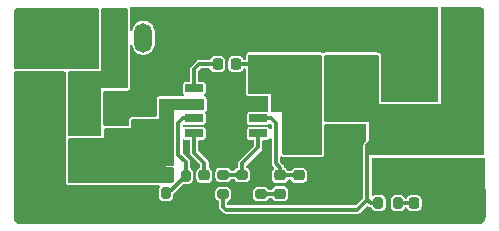
<source format=gtl>
G04 EasyEDA Pro v1.9.28, 2023-01-14 19:19:00*
G04 Gerber Generator version 0.3*%TF.GenerationSoftware,KiCad,Pcbnew,8.0.1*%
%TF.CreationDate,2024-10-05T18:53:12+08:00*%
%TF.ProjectId,TPS54331_EVA_Board,54505335-3433-4333-915f-4556415f426f,rev?*%
%TF.SameCoordinates,Original*%
%TF.FileFunction,Copper,L1,Top*%
%TF.FilePolarity,Positive*%
%FSLAX46Y46*%
G04 Gerber Fmt 4.6, Leading zero omitted, Abs format (unit mm)*
G04 Created by KiCad (PCBNEW 8.0.1) date 2024-10-05 18:53:12*
%MOMM*%
%LPD*%
G01*
G04 APERTURE LIST*
G04 Aperture macros list*
%AMRoundRect*
0 Rectangle with rounded corners*
0 $1 Rounding radius*
0 $2 $3 $4 $5 $6 $7 $8 $9 X,Y pos of 4 corners*
0 Add a 4 corners polygon primitive as box body*
4,1,4,$2,$3,$4,$5,$6,$7,$8,$9,$2,$3,0*
0 Add four circle primitives for the rounded corners*
1,1,$1+$1,$2,$3*
1,1,$1+$1,$4,$5*
1,1,$1+$1,$6,$7*
1,1,$1+$1,$8,$9*
0 Add four rect primitives between the rounded corners*
20,1,$1+$1,$2,$3,$4,$5,0*
20,1,$1+$1,$4,$5,$6,$7,0*
20,1,$1+$1,$6,$7,$8,$9,0*
20,1,$1+$1,$8,$9,$2,$3,0*%
G04 Aperture macros list end*
%TA.AperFunction,SMDPad,CuDef*%
%ADD10RoundRect,0.225000X-0.250000X0.225000X-0.250000X-0.225000X0.250000X-0.225000X0.250000X0.225000X0*%
%TD*%
%TA.AperFunction,SMDPad,CuDef*%
%ADD11R,1.550000X2.200000*%
%TD*%
%TA.AperFunction,SMDPad,CuDef*%
%ADD12R,1.400000X4.200000*%
%TD*%
%TA.AperFunction,SMDPad,CuDef*%
%ADD13RoundRect,0.250000X-0.650000X0.325000X-0.650000X-0.325000X0.650000X-0.325000X0.650000X0.325000X0*%
%TD*%
%TA.AperFunction,SMDPad,CuDef*%
%ADD14RoundRect,0.225000X0.250000X-0.225000X0.250000X0.225000X-0.250000X0.225000X-0.250000X-0.225000X0*%
%TD*%
%TA.AperFunction,SMDPad,CuDef*%
%ADD15R,2.200000X1.550000*%
%TD*%
%TA.AperFunction,SMDPad,CuDef*%
%ADD16RoundRect,0.250000X0.650000X-0.325000X0.650000X0.325000X-0.650000X0.325000X-0.650000X-0.325000X0*%
%TD*%
%TA.AperFunction,SMDPad,CuDef*%
%ADD17RoundRect,0.225000X-0.225000X-0.250000X0.225000X-0.250000X0.225000X0.250000X-0.225000X0.250000X0*%
%TD*%
%TA.AperFunction,SMDPad,CuDef*%
%ADD18RoundRect,0.750000X-0.750000X-1.750000X0.750000X-1.750000X0.750000X1.750000X-0.750000X1.750000X0*%
%TD*%
%TA.AperFunction,ComponentPad*%
%ADD19O,1.500000X2.500000*%
%TD*%
%TA.AperFunction,SMDPad,CuDef*%
%ADD20R,1.525000X0.650000*%
%TD*%
%TA.AperFunction,SMDPad,CuDef*%
%ADD21RoundRect,0.200000X-0.200000X-0.275000X0.200000X-0.275000X0.200000X0.275000X-0.200000X0.275000X0*%
%TD*%
%TA.AperFunction,SMDPad,CuDef*%
%ADD22RoundRect,0.200000X0.275000X-0.200000X0.275000X0.200000X-0.275000X0.200000X-0.275000X-0.200000X0*%
%TD*%
%TA.AperFunction,SMDPad,CuDef*%
%ADD23RoundRect,0.218750X0.218750X0.256250X-0.218750X0.256250X-0.218750X-0.256250X0.218750X-0.256250X0*%
%TD*%
%TA.AperFunction,SMDPad,CuDef*%
%ADD24RoundRect,0.200000X-0.275000X0.200000X-0.275000X-0.200000X0.275000X-0.200000X0.275000X0.200000X0*%
%TD*%
%TA.AperFunction,ViaPad*%
%ADD25C,0.450000*%
%TD*%
%TA.AperFunction,Conductor*%
%ADD26C,0.300000*%
%TD*%
G04 APERTURE END LIST*
D10*
%TO.P,C1,1*%
%TO.N,Net-(IC2-COMP)*%
X114050000Y-84500000D03*
%TO.P,C1,2*%
%TO.N,Net-(C1-Pad2)*%
X114050000Y-86050000D03*
%TD*%
D11*
%TO.P,D1,1,K*%
%TO.N,Net-(D1-K)*%
X97500000Y-83850000D03*
%TO.P,D1,2,A*%
%TO.N,Net-(D1-A)*%
X97500000Y-79750000D03*
%TD*%
D12*
%TO.P,L2,1,1*%
%TO.N,Net-(D3-K)*%
X115750000Y-77050000D03*
%TO.P,L2,2,2*%
%TO.N,+5V*%
X119450000Y-77050000D03*
%TD*%
D13*
%TO.P,C12,1*%
%TO.N,Net-(D1-K)*%
X102600000Y-83000000D03*
%TO.P,C12,2*%
%TO.N,GND*%
X102600000Y-85950000D03*
%TD*%
D10*
%TO.P,C2,1*%
%TO.N,Net-(IC2-COMP)*%
X115650000Y-84500000D03*
%TO.P,C2,2*%
%TO.N,GND*%
X115650000Y-86050000D03*
%TD*%
D14*
%TO.P,C11,1*%
%TO.N,GND*%
X107650000Y-86050000D03*
%TO.P,C11,2*%
%TO.N,Net-(IC2-SS)*%
X107650000Y-84500000D03*
%TD*%
D15*
%TO.P,D3,1,K*%
%TO.N,Net-(D3-K)*%
X115550000Y-81750000D03*
%TO.P,D3,2,A*%
%TO.N,GND*%
X119650000Y-81750000D03*
%TD*%
D13*
%TO.P,C14,1*%
%TO.N,Net-(D1-K)*%
X100300000Y-83000000D03*
%TO.P,C14,2*%
%TO.N,GND*%
X100300000Y-85950000D03*
%TD*%
D16*
%TO.P,C3,1*%
%TO.N,Net-(D1-K)*%
X102600000Y-81355000D03*
%TO.P,C3,2*%
%TO.N,GND*%
X102600000Y-78405000D03*
%TD*%
D17*
%TO.P,C10,1*%
%TO.N,Net-(IC2-BOOT)*%
X108775000Y-75100000D03*
%TO.P,C10,2*%
%TO.N,Net-(D3-K)*%
X110325000Y-75100000D03*
%TD*%
D16*
%TO.P,C13,1*%
%TO.N,Net-(D1-K)*%
X100300000Y-81355000D03*
%TO.P,C13,2*%
%TO.N,GND*%
X100300000Y-78405000D03*
%TD*%
D18*
%TO.P,J1,1,Pin_1*%
%TO.N,VCC*%
X93100000Y-73000000D03*
%TO.P,J1,2,Pin_2*%
%TO.N,GND*%
X93100000Y-85900000D03*
%TD*%
D19*
%TO.P,S1,1,O*%
%TO.N,unconnected-(S1-O-Pad1)*%
X102490000Y-72850000D03*
%TO.P,S1,2,P*%
%TO.N,Net-(D1-A)*%
X99950000Y-72850000D03*
%TO.P,S1,3,S*%
%TO.N,VCC*%
X97410000Y-72850000D03*
%TD*%
D13*
%TO.P,C17,1*%
%TO.N,+5V*%
X125850000Y-81600000D03*
%TO.P,C17,2*%
%TO.N,GND*%
X125850000Y-84550000D03*
%TD*%
D20*
%TO.P,IC2,1,BOOT*%
%TO.N,Net-(IC2-BOOT)*%
X106788000Y-77145000D03*
%TO.P,IC2,2,VIN*%
%TO.N,Net-(D1-K)*%
X106788000Y-78415000D03*
%TO.P,IC2,3,EN*%
%TO.N,Net-(IC2-EN)*%
X106788000Y-79685000D03*
%TO.P,IC2,4,SS*%
%TO.N,Net-(IC2-SS)*%
X106788000Y-80955000D03*
%TO.P,IC2,5,VSENSE*%
%TO.N,Net-(IC2-VSENSE)*%
X112212000Y-80955000D03*
%TO.P,IC2,6,COMP*%
%TO.N,Net-(IC2-COMP)*%
X112212000Y-79685000D03*
%TO.P,IC2,7,GND*%
%TO.N,GND*%
X112212000Y-78415000D03*
%TO.P,IC2,8,PH*%
%TO.N,Net-(D3-K)*%
X112212000Y-77145000D03*
%TD*%
D21*
%TO.P,R6,1*%
%TO.N,+5V*%
X122387500Y-86850000D03*
%TO.P,R6,2*%
%TO.N,Net-(D2-A)*%
X124037500Y-86850000D03*
%TD*%
%TO.P,R3,1*%
%TO.N,Net-(D1-K)*%
X104425000Y-84530000D03*
%TO.P,R3,2*%
%TO.N,Net-(IC2-EN)*%
X106075000Y-84530000D03*
%TD*%
D16*
%TO.P,C16,1*%
%TO.N,+5V*%
X123550000Y-79950000D03*
%TO.P,C16,2*%
%TO.N,GND*%
X123550000Y-77000000D03*
%TD*%
D22*
%TO.P,R5,1*%
%TO.N,Net-(C1-Pad2)*%
X112450000Y-86100000D03*
%TO.P,R5,2*%
%TO.N,GND*%
X112450000Y-84450000D03*
%TD*%
D16*
%TO.P,C18,1*%
%TO.N,+5V*%
X125850000Y-79950000D03*
%TO.P,C18,2*%
%TO.N,GND*%
X125850000Y-77000000D03*
%TD*%
D21*
%TO.P,R4,1*%
%TO.N,Net-(IC2-EN)*%
X104425000Y-86030000D03*
%TO.P,R4,2*%
%TO.N,GND*%
X106075000Y-86030000D03*
%TD*%
D18*
%TO.P,J2,1,Pin_1*%
%TO.N,+5V*%
X129600000Y-73000000D03*
%TO.P,J2,2,Pin_2*%
%TO.N,GND*%
X129600000Y-85900000D03*
%TD*%
D13*
%TO.P,C15,1*%
%TO.N,+5V*%
X123550000Y-81600000D03*
%TO.P,C15,2*%
%TO.N,GND*%
X123550000Y-84550000D03*
%TD*%
D22*
%TO.P,R1,1*%
%TO.N,+5V*%
X109250000Y-86100000D03*
%TO.P,R1,2*%
%TO.N,Net-(IC2-VSENSE)*%
X109250000Y-84450000D03*
%TD*%
D23*
%TO.P,D2,1,K*%
%TO.N,GND*%
X126975000Y-86850000D03*
%TO.P,D2,2,A*%
%TO.N,Net-(D2-A)*%
X125400000Y-86850000D03*
%TD*%
D24*
%TO.P,R2,1*%
%TO.N,Net-(IC2-VSENSE)*%
X110850000Y-84450000D03*
%TO.P,R2,2*%
%TO.N,GND*%
X110850000Y-86100000D03*
%TD*%
D25*
%TO.N,GND*%
X130650000Y-86650000D03*
X92100000Y-84650000D03*
X130150000Y-86650000D03*
X93100000Y-84150000D03*
X130650000Y-84650000D03*
X130650000Y-84150000D03*
X110250000Y-78550000D03*
X124750000Y-74750000D03*
X128650000Y-87650000D03*
X109750000Y-80050000D03*
X109750000Y-79550000D03*
X93600000Y-86650000D03*
X119850000Y-84550000D03*
X119850000Y-85900000D03*
X92600000Y-86150000D03*
X130650000Y-85150000D03*
X124250000Y-74750000D03*
X128650000Y-84650000D03*
X130150000Y-86150000D03*
X129650000Y-87650000D03*
X110250000Y-79050000D03*
X130150000Y-87150000D03*
X109750000Y-79050000D03*
X92100000Y-87150000D03*
X93100000Y-85650000D03*
X119150000Y-85900000D03*
X92600000Y-84150000D03*
X129650000Y-87150000D03*
X130150000Y-87650000D03*
X92600000Y-87650000D03*
X94100000Y-87650000D03*
X108750000Y-78050000D03*
X119850000Y-85250000D03*
X92600000Y-85650000D03*
X129150000Y-85650000D03*
X129650000Y-84650000D03*
X128650000Y-87150000D03*
X93100000Y-87650000D03*
X130150000Y-85650000D03*
X129150000Y-84650000D03*
X92600000Y-85150000D03*
X128650000Y-86650000D03*
X129150000Y-85150000D03*
X94100000Y-85150000D03*
X109750000Y-78050000D03*
X93600000Y-85150000D03*
X125750000Y-75250000D03*
X125250000Y-74250000D03*
X93100000Y-86650000D03*
X130650000Y-86150000D03*
X125250000Y-74750000D03*
X108750000Y-80050000D03*
X130650000Y-87150000D03*
X93600000Y-86150000D03*
X119150000Y-85250000D03*
X129650000Y-84150000D03*
X125250000Y-75250000D03*
X108750000Y-79550000D03*
X109250000Y-78550000D03*
X109250000Y-80050000D03*
X93600000Y-87150000D03*
X118450000Y-85900000D03*
X110250000Y-80050000D03*
X124750000Y-75250000D03*
X119150000Y-84550000D03*
X124750000Y-73750000D03*
X92600000Y-86650000D03*
X92100000Y-85650000D03*
X130150000Y-84150000D03*
X124250000Y-74250000D03*
X93100000Y-87150000D03*
X125750000Y-74250000D03*
X129150000Y-86650000D03*
X93600000Y-87650000D03*
X125250000Y-73750000D03*
X108750000Y-78550000D03*
X123750000Y-73750000D03*
X125750000Y-73750000D03*
X109750000Y-78550000D03*
X92600000Y-87150000D03*
X92100000Y-86650000D03*
X94100000Y-84650000D03*
X124250000Y-75250000D03*
X93600000Y-84150000D03*
X93600000Y-84650000D03*
X130650000Y-87650000D03*
X123750000Y-74750000D03*
X118450000Y-84550000D03*
X94100000Y-86650000D03*
X94100000Y-84150000D03*
X129650000Y-86650000D03*
X124250000Y-73750000D03*
X109250000Y-78050000D03*
X92100000Y-86150000D03*
X130150000Y-85150000D03*
X92600000Y-84650000D03*
X93100000Y-85150000D03*
X94100000Y-86150000D03*
X123750000Y-74250000D03*
X93600000Y-85650000D03*
X118450000Y-85250000D03*
X94100000Y-85650000D03*
X92100000Y-85150000D03*
X128650000Y-86150000D03*
X130150000Y-84650000D03*
X129650000Y-86150000D03*
X92100000Y-87650000D03*
X109250000Y-79050000D03*
X110250000Y-79550000D03*
X93100000Y-86150000D03*
X125750000Y-74750000D03*
X129650000Y-85650000D03*
X124750000Y-74250000D03*
X130650000Y-85650000D03*
X93100000Y-84650000D03*
X129150000Y-84150000D03*
X110250000Y-78050000D03*
X128650000Y-84150000D03*
X94100000Y-87150000D03*
X129150000Y-87150000D03*
X129150000Y-87650000D03*
X128650000Y-85150000D03*
X108750000Y-79050000D03*
X129150000Y-86150000D03*
X128650000Y-85650000D03*
X123750000Y-75250000D03*
X109250000Y-79550000D03*
X92100000Y-84150000D03*
X129650000Y-85150000D03*
%TO.N,+5V*%
X128600000Y-72800000D03*
X128600000Y-73300000D03*
X128600000Y-73800000D03*
X130100000Y-74800000D03*
X129100000Y-73800000D03*
X130100000Y-71800000D03*
X130600000Y-74800000D03*
X130100000Y-71300000D03*
X129100000Y-71800000D03*
X129600000Y-73300000D03*
X129600000Y-71300000D03*
X130100000Y-73800000D03*
X130600000Y-72800000D03*
X130100000Y-74300000D03*
X129600000Y-74800000D03*
X129600000Y-72800000D03*
X129100000Y-74800000D03*
X130100000Y-72800000D03*
X128600000Y-74800000D03*
X129100000Y-72300000D03*
X130600000Y-71300000D03*
X129100000Y-71300000D03*
X129100000Y-73300000D03*
X129100000Y-72800000D03*
X130600000Y-72300000D03*
X128600000Y-71300000D03*
X130100000Y-72300000D03*
X130600000Y-74300000D03*
X128600000Y-74300000D03*
X128600000Y-72300000D03*
X129600000Y-73800000D03*
X130600000Y-73300000D03*
X130600000Y-71800000D03*
X129600000Y-74300000D03*
X129600000Y-72300000D03*
X129100000Y-74300000D03*
X130100000Y-73300000D03*
X130600000Y-73800000D03*
X128600000Y-71800000D03*
X129600000Y-71800000D03*
%TO.N,VCC*%
X93600000Y-71800000D03*
X94100000Y-74300000D03*
X94100000Y-72800000D03*
X92600000Y-71300000D03*
X94100000Y-71800000D03*
X94100000Y-73300000D03*
X92100000Y-72800000D03*
X93100000Y-73800000D03*
X93100000Y-71300000D03*
X92100000Y-71300000D03*
X92600000Y-71800000D03*
X93600000Y-73300000D03*
X92100000Y-74300000D03*
X92600000Y-74300000D03*
X92100000Y-74800000D03*
X94100000Y-74800000D03*
X93100000Y-74300000D03*
X92600000Y-74800000D03*
X93600000Y-72800000D03*
X94100000Y-72300000D03*
X92600000Y-73300000D03*
X92100000Y-71800000D03*
X93600000Y-73800000D03*
X93100000Y-73300000D03*
X93100000Y-72300000D03*
X93100000Y-71800000D03*
X92600000Y-72800000D03*
X94100000Y-73800000D03*
X92600000Y-72300000D03*
X93600000Y-72300000D03*
X93100000Y-74800000D03*
X92100000Y-72300000D03*
X92100000Y-73800000D03*
X92600000Y-73800000D03*
X93600000Y-74300000D03*
X93100000Y-72800000D03*
X93600000Y-74800000D03*
X92100000Y-73300000D03*
X94100000Y-71300000D03*
X93600000Y-71300000D03*
%TD*%
D26*
%TO.N,Net-(IC2-EN)*%
X105450000Y-80100000D02*
X105450000Y-82750000D01*
X105450000Y-82750000D02*
X106075000Y-83375000D01*
X105865000Y-79685000D02*
X105450000Y-80100000D01*
X106075000Y-83375000D02*
X106075000Y-84530000D01*
X106788000Y-79685000D02*
X105865000Y-79685000D01*
%TO.N,Net-(IC2-COMP)*%
X113285000Y-79685000D02*
X113700000Y-80100000D01*
X112212000Y-79685000D02*
X113285000Y-79685000D01*
X114050000Y-83850000D02*
X114050000Y-84500000D01*
X113700000Y-83500000D02*
X114050000Y-83850000D01*
X114050000Y-84500000D02*
X115650000Y-84500000D01*
X113700000Y-80100000D02*
X113700000Y-83500000D01*
%TO.N,Net-(C1-Pad2)*%
X114000000Y-86100000D02*
X114050000Y-86050000D01*
X112450000Y-86100000D02*
X114000000Y-86100000D01*
%TO.N,Net-(D3-K)*%
X110325000Y-75100000D02*
X111850000Y-75100000D01*
X111850000Y-75100000D02*
X112212000Y-75462000D01*
X112212000Y-75462000D02*
X112212000Y-77145000D01*
%TO.N,Net-(IC2-BOOT)*%
X108775000Y-75100000D02*
X107200000Y-75100000D01*
X106788000Y-75512000D02*
X106788000Y-77145000D01*
X107200000Y-75100000D02*
X106788000Y-75512000D01*
%TO.N,Net-(IC2-SS)*%
X106788000Y-82588000D02*
X107650000Y-83450000D01*
X107650000Y-83450000D02*
X107650000Y-84500000D01*
X106788000Y-80955000D02*
X106788000Y-82588000D01*
%TO.N,+5V*%
X109250000Y-87150000D02*
X109500000Y-87400000D01*
X120600000Y-87400000D02*
X121450000Y-86550000D01*
X121450000Y-86550000D02*
X121450000Y-81950000D01*
X109250000Y-86100000D02*
X109250000Y-87150000D01*
X109500000Y-87400000D02*
X120600000Y-87400000D01*
X122387500Y-86850000D02*
X121750000Y-86850000D01*
X121800000Y-81600000D02*
X123550000Y-81600000D01*
X121750000Y-86850000D02*
X121450000Y-86550000D01*
X121450000Y-81950000D02*
X121800000Y-81600000D01*
%TO.N,Net-(IC2-EN)*%
X104575000Y-86030000D02*
X106075000Y-84530000D01*
X104425000Y-86030000D02*
X104575000Y-86030000D01*
%TO.N,Net-(IC2-VSENSE)*%
X112212000Y-80955000D02*
X112212000Y-82138000D01*
X112212000Y-82138000D02*
X110850000Y-83500000D01*
X110850000Y-83500000D02*
X110850000Y-84450000D01*
X109250000Y-84450000D02*
X110850000Y-84450000D01*
%TO.N,Net-(D2-A)*%
X124037500Y-86850000D02*
X125400000Y-86850000D01*
%TD*%
%TA.AperFunction,Conductor*%
%TO.N,+5V*%
G36*
X130877004Y-70257608D02*
G01*
X130937334Y-70257607D01*
X130948417Y-70258228D01*
X131042960Y-70268881D01*
X131064573Y-70273814D01*
X131149092Y-70303388D01*
X131169066Y-70313007D01*
X131244881Y-70360644D01*
X131262214Y-70374466D01*
X131321004Y-70433256D01*
X131348781Y-70487773D01*
X131350000Y-70503260D01*
X131350000Y-82701000D01*
X131331093Y-82759191D01*
X131281593Y-82795155D01*
X131251000Y-82800000D01*
X122400000Y-82800000D01*
X122400000Y-78500000D01*
X127650000Y-78500000D01*
X127650000Y-70356607D01*
X127668907Y-70298416D01*
X127718407Y-70262452D01*
X127749000Y-70257607D01*
X130877000Y-70257607D01*
X130877004Y-70257608D01*
G37*
%TD.AperFunction*%
%TD*%
%TA.AperFunction,Conductor*%
%TO.N,Net-(D1-K)*%
G36*
X107609191Y-78018907D02*
G01*
X107645155Y-78068407D01*
X107650000Y-78099000D01*
X107650000Y-78899039D01*
X107631093Y-78957230D01*
X107581593Y-78993194D01*
X107549059Y-78998020D01*
X105100000Y-78950000D01*
X105100000Y-80043569D01*
X105099500Y-80051200D01*
X105099500Y-82798800D01*
X105100000Y-82806430D01*
X105100000Y-83652346D01*
X105081093Y-83710537D01*
X105031593Y-83746501D01*
X105002356Y-83751337D01*
X103750000Y-83768493D01*
X101450000Y-83800000D01*
X101450000Y-79849000D01*
X101468907Y-79790809D01*
X101518407Y-79754845D01*
X101549000Y-79750000D01*
X103799999Y-79750000D01*
X103800000Y-79750000D01*
X103800000Y-78099000D01*
X103818907Y-78040809D01*
X103868407Y-78004845D01*
X103899000Y-78000000D01*
X107551000Y-78000000D01*
X107609191Y-78018907D01*
G37*
%TD.AperFunction*%
%TD*%
%TA.AperFunction,Conductor*%
%TO.N,Net-(D1-K)*%
G36*
X101450000Y-83800000D02*
G01*
X103750000Y-83768493D01*
X103750000Y-83800000D01*
X104951000Y-83800000D01*
X105009191Y-83818907D01*
X105045155Y-83868407D01*
X105050000Y-83899000D01*
X105050000Y-85018310D01*
X105031093Y-85076501D01*
X105021004Y-85088314D01*
X104988314Y-85121004D01*
X104933797Y-85148781D01*
X104918310Y-85150000D01*
X96199000Y-85150000D01*
X96140809Y-85131093D01*
X96104845Y-85081593D01*
X96100000Y-85051000D01*
X96100000Y-81454500D01*
X96118907Y-81396309D01*
X96168407Y-81360345D01*
X96199000Y-81355500D01*
X98800993Y-81355500D01*
X98801000Y-81355500D01*
X98833144Y-81352970D01*
X98844200Y-81351218D01*
X98859686Y-81350000D01*
X99149999Y-81350000D01*
X99150000Y-81350000D01*
X99150000Y-80599000D01*
X99168907Y-80540809D01*
X99218407Y-80504845D01*
X99249000Y-80500000D01*
X101449999Y-80500000D01*
X101450000Y-80500000D01*
X101450000Y-83800000D01*
G37*
%TD.AperFunction*%
%TD*%
%TA.AperFunction,Conductor*%
%TO.N,VCC*%
G36*
X98659191Y-70368907D02*
G01*
X98695155Y-70418407D01*
X98700000Y-70449000D01*
X98700000Y-75401000D01*
X98681093Y-75459191D01*
X98631593Y-75495155D01*
X98601000Y-75500000D01*
X91604704Y-75500000D01*
X91546513Y-75481093D01*
X91510549Y-75431593D01*
X91505704Y-75400959D01*
X91507577Y-70829704D01*
X91507607Y-70829239D01*
X91507607Y-70822999D01*
X91507608Y-70822996D01*
X91507607Y-70762664D01*
X91508229Y-70751581D01*
X91518881Y-70657039D01*
X91523814Y-70635426D01*
X91553388Y-70550907D01*
X91563007Y-70530933D01*
X91610647Y-70455113D01*
X91624467Y-70437785D01*
X91683257Y-70378996D01*
X91737774Y-70351219D01*
X91753260Y-70350000D01*
X98601000Y-70350000D01*
X98659191Y-70368907D01*
G37*
%TD.AperFunction*%
%TD*%
%TA.AperFunction,Conductor*%
%TO.N,+5V*%
G36*
X122359191Y-74318907D02*
G01*
X122395155Y-74368407D01*
X122400000Y-74399000D01*
X122400000Y-78500000D01*
X122400000Y-82800000D01*
X121649000Y-82800000D01*
X121590809Y-82781093D01*
X121554845Y-82731593D01*
X121550000Y-82701000D01*
X121550000Y-79950001D01*
X121550000Y-79950000D01*
X121549999Y-79950000D01*
X117899000Y-79950000D01*
X117840809Y-79931093D01*
X117804845Y-79881593D01*
X117800000Y-79851000D01*
X117800000Y-74399000D01*
X117818907Y-74340809D01*
X117868407Y-74304845D01*
X117899000Y-74300000D01*
X122301000Y-74300000D01*
X122359191Y-74318907D01*
G37*
%TD.AperFunction*%
%TD*%
%TA.AperFunction,Conductor*%
%TO.N,Net-(D3-K)*%
G36*
X117553691Y-74318907D02*
G01*
X117589655Y-74368407D01*
X117594500Y-74399000D01*
X117594500Y-79851000D01*
X117596467Y-79876000D01*
X117597030Y-79883146D01*
X117598781Y-79894198D01*
X117600000Y-79909685D01*
X117600000Y-82651000D01*
X117581093Y-82709191D01*
X117531593Y-82745155D01*
X117501000Y-82750000D01*
X114349000Y-82750000D01*
X114290809Y-82731093D01*
X114254845Y-82681593D01*
X114250000Y-82651000D01*
X114250000Y-79100001D01*
X114250000Y-77600000D01*
X113250000Y-77600000D01*
X113249999Y-77600000D01*
X111449000Y-77600000D01*
X111390809Y-77581093D01*
X111354845Y-77531593D01*
X111350000Y-77501000D01*
X111350000Y-74399000D01*
X111368907Y-74340809D01*
X111418407Y-74304845D01*
X111449000Y-74300000D01*
X117495500Y-74300000D01*
X117553691Y-74318907D01*
G37*
%TD.AperFunction*%
%TD*%
%TA.AperFunction,Conductor*%
%TO.N,Net-(D3-K)*%
G36*
X114250000Y-79100000D02*
G01*
X113349000Y-79100000D01*
X113290809Y-79081093D01*
X113254845Y-79031593D01*
X113250000Y-79001000D01*
X113250000Y-77600001D01*
X113250000Y-77600000D01*
X114250000Y-77600000D01*
X114250000Y-79100000D01*
G37*
%TD.AperFunction*%
%TD*%
%TA.AperFunction,Conductor*%
%TO.N,Net-(D1-A)*%
G36*
X96900000Y-77150000D02*
G01*
X98900000Y-77150000D01*
X98900000Y-77150001D01*
X98900000Y-81051000D01*
X98881093Y-81109191D01*
X98831593Y-81145155D01*
X98801000Y-81150000D01*
X96650000Y-81150000D01*
X96199000Y-81150000D01*
X96140809Y-81131093D01*
X96104845Y-81081593D01*
X96100000Y-81051000D01*
X96100000Y-75804500D01*
X96118907Y-75746309D01*
X96168407Y-75710345D01*
X96199000Y-75705500D01*
X96900000Y-75705500D01*
X96900000Y-77150000D01*
G37*
%TD.AperFunction*%
%TD*%
%TA.AperFunction,Conductor*%
%TO.N,Net-(D1-A)*%
G36*
X101109191Y-70368907D02*
G01*
X101145155Y-70418407D01*
X101150000Y-70449000D01*
X101150000Y-77051000D01*
X101131093Y-77109191D01*
X101081593Y-77145155D01*
X101051000Y-77150000D01*
X96900000Y-77150000D01*
X96900000Y-75705500D01*
X98600993Y-75705500D01*
X98601000Y-75705500D01*
X98633144Y-75702970D01*
X98644200Y-75701218D01*
X98659686Y-75700000D01*
X98899999Y-75700000D01*
X98900000Y-75700000D01*
X98900000Y-75443517D01*
X98901219Y-75428029D01*
X98905500Y-75401000D01*
X98905500Y-70449000D01*
X98924407Y-70390809D01*
X98973907Y-70354845D01*
X99004500Y-70350000D01*
X101051000Y-70350000D01*
X101109191Y-70368907D01*
G37*
%TD.AperFunction*%
%TD*%
%TA.AperFunction,Conductor*%
%TO.N,GND*%
G36*
X127403691Y-70276514D02*
G01*
X127439655Y-70326014D01*
X127444500Y-70356607D01*
X127444500Y-78195500D01*
X127425593Y-78253691D01*
X127376093Y-78289655D01*
X127345500Y-78294500D01*
X122704500Y-78294500D01*
X122646309Y-78275593D01*
X122610345Y-78226093D01*
X122605500Y-78195500D01*
X122605500Y-74399006D01*
X122605500Y-74399000D01*
X122602970Y-74366856D01*
X122598125Y-74336263D01*
X122598116Y-74336206D01*
X122597353Y-74331714D01*
X122597352Y-74331713D01*
X122561408Y-74247617D01*
X122525444Y-74198117D01*
X122501203Y-74170372D01*
X122422693Y-74123464D01*
X122422691Y-74123463D01*
X122422689Y-74123462D01*
X122364499Y-74104556D01*
X122364500Y-74104556D01*
X122301003Y-74094500D01*
X122301000Y-74094500D01*
X117899000Y-74094500D01*
X117866856Y-74097030D01*
X117836206Y-74101883D01*
X117831718Y-74102646D01*
X117831713Y-74102647D01*
X117747613Y-74138593D01*
X117743844Y-74140732D01*
X117683901Y-74153001D01*
X117644217Y-74139610D01*
X117617196Y-74123466D01*
X117617193Y-74123464D01*
X117617191Y-74123463D01*
X117617189Y-74123462D01*
X117558999Y-74104556D01*
X117559000Y-74104556D01*
X117495503Y-74094500D01*
X117495500Y-74094500D01*
X111449000Y-74094500D01*
X111416856Y-74097030D01*
X111386206Y-74101883D01*
X111381718Y-74102646D01*
X111381713Y-74102647D01*
X111297617Y-74138591D01*
X111248118Y-74174555D01*
X111220372Y-74198797D01*
X111173464Y-74277307D01*
X111173462Y-74277310D01*
X111154556Y-74335499D01*
X111144500Y-74398996D01*
X111144500Y-74650500D01*
X111125593Y-74708691D01*
X111076093Y-74744655D01*
X111045500Y-74749500D01*
X111037010Y-74749500D01*
X110978819Y-74730593D01*
X110948801Y-74695445D01*
X110898529Y-74596782D01*
X110898528Y-74596780D01*
X110803220Y-74501472D01*
X110803217Y-74501470D01*
X110683132Y-74440283D01*
X110683127Y-74440281D01*
X110683126Y-74440281D01*
X110649913Y-74435020D01*
X110583490Y-74424500D01*
X110583488Y-74424500D01*
X110066512Y-74424500D01*
X110066510Y-74424500D01*
X109966874Y-74440281D01*
X109966867Y-74440283D01*
X109846782Y-74501470D01*
X109751470Y-74596782D01*
X109690283Y-74716867D01*
X109690281Y-74716874D01*
X109674500Y-74816510D01*
X109674500Y-75383489D01*
X109690281Y-75483125D01*
X109690283Y-75483132D01*
X109724100Y-75549500D01*
X109751472Y-75603220D01*
X109846780Y-75698528D01*
X109846782Y-75698529D01*
X109966867Y-75759716D01*
X109966869Y-75759716D01*
X109966874Y-75759719D01*
X110042541Y-75771703D01*
X110066510Y-75775500D01*
X110066512Y-75775500D01*
X110583490Y-75775500D01*
X110604885Y-75772111D01*
X110683126Y-75759719D01*
X110803220Y-75698528D01*
X110898528Y-75603220D01*
X110941488Y-75518907D01*
X110948801Y-75504555D01*
X110992065Y-75461290D01*
X111037010Y-75450500D01*
X111045500Y-75450500D01*
X111103691Y-75469407D01*
X111139655Y-75518907D01*
X111144500Y-75549500D01*
X111144500Y-77501000D01*
X111147030Y-77533143D01*
X111151883Y-77563793D01*
X111152646Y-77568281D01*
X111152647Y-77568286D01*
X111188591Y-77652382D01*
X111188592Y-77652383D01*
X111224556Y-77701883D01*
X111248797Y-77729628D01*
X111327307Y-77776536D01*
X111385498Y-77795443D01*
X111395519Y-77797030D01*
X111448996Y-77805500D01*
X111449000Y-77805500D01*
X112945500Y-77805500D01*
X113003691Y-77824407D01*
X113039655Y-77873907D01*
X113044500Y-77904500D01*
X113044500Y-79001000D01*
X113046053Y-79020728D01*
X113047030Y-79033148D01*
X113048910Y-79045014D01*
X113039338Y-79105446D01*
X112996073Y-79148710D01*
X112951129Y-79159500D01*
X111429752Y-79159500D01*
X111429751Y-79159500D01*
X111429741Y-79159501D01*
X111371272Y-79171132D01*
X111371266Y-79171134D01*
X111304951Y-79215445D01*
X111304945Y-79215451D01*
X111260634Y-79281766D01*
X111260632Y-79281772D01*
X111249001Y-79340241D01*
X111249000Y-79340253D01*
X111249000Y-80029746D01*
X111249001Y-80029758D01*
X111260632Y-80088227D01*
X111260634Y-80088233D01*
X111298861Y-80145443D01*
X111304948Y-80154552D01*
X111371269Y-80198867D01*
X111415731Y-80207711D01*
X111429741Y-80210498D01*
X111429746Y-80210498D01*
X111429752Y-80210500D01*
X111429753Y-80210500D01*
X112994247Y-80210500D01*
X112994248Y-80210500D01*
X113052731Y-80198867D01*
X113119052Y-80154552D01*
X113119052Y-80154551D01*
X113127159Y-80149135D01*
X113127823Y-80150130D01*
X113173466Y-80126870D01*
X113233899Y-80136437D01*
X113258964Y-80154646D01*
X113320504Y-80216186D01*
X113348281Y-80270703D01*
X113349500Y-80286190D01*
X113349500Y-80503977D01*
X113330593Y-80562168D01*
X113281093Y-80598132D01*
X113219907Y-80598132D01*
X113170407Y-80562168D01*
X113168185Y-80558979D01*
X113119054Y-80485451D01*
X113119052Y-80485448D01*
X113052990Y-80441306D01*
X113052733Y-80441134D01*
X113052731Y-80441133D01*
X113052728Y-80441132D01*
X113052727Y-80441132D01*
X112994258Y-80429501D01*
X112994248Y-80429500D01*
X111429752Y-80429500D01*
X111429751Y-80429500D01*
X111429741Y-80429501D01*
X111371272Y-80441132D01*
X111371266Y-80441134D01*
X111304951Y-80485445D01*
X111304945Y-80485451D01*
X111260634Y-80551766D01*
X111260632Y-80551772D01*
X111249001Y-80610241D01*
X111249000Y-80610253D01*
X111249000Y-81299746D01*
X111249001Y-81299758D01*
X111260632Y-81358227D01*
X111260634Y-81358233D01*
X111282528Y-81390999D01*
X111304948Y-81424552D01*
X111371269Y-81468867D01*
X111415731Y-81477711D01*
X111429741Y-81480498D01*
X111429746Y-81480498D01*
X111429752Y-81480500D01*
X111762500Y-81480500D01*
X111820691Y-81499407D01*
X111856655Y-81548907D01*
X111861500Y-81579500D01*
X111861500Y-81951810D01*
X111842593Y-82010001D01*
X111832504Y-82021814D01*
X110569530Y-83284788D01*
X110523386Y-83364712D01*
X110512898Y-83403856D01*
X110499500Y-83453857D01*
X110499500Y-83778310D01*
X110480593Y-83836501D01*
X110445446Y-83866519D01*
X110336659Y-83921949D01*
X110246949Y-84011659D01*
X110229734Y-84045446D01*
X110186469Y-84088710D01*
X110141525Y-84099500D01*
X109958475Y-84099500D01*
X109900284Y-84080593D01*
X109870266Y-84045446D01*
X109855598Y-84016659D01*
X109853050Y-84011658D01*
X109763342Y-83921950D01*
X109650304Y-83864354D01*
X109650305Y-83864354D01*
X109556522Y-83849500D01*
X108943479Y-83849500D01*
X108943476Y-83849501D01*
X108849700Y-83864352D01*
X108849695Y-83864354D01*
X108736659Y-83921949D01*
X108646949Y-84011659D01*
X108589354Y-84124695D01*
X108574500Y-84218477D01*
X108574500Y-84681520D01*
X108574501Y-84681523D01*
X108589352Y-84775299D01*
X108589354Y-84775304D01*
X108646950Y-84888342D01*
X108736658Y-84978050D01*
X108849696Y-85035646D01*
X108943481Y-85050500D01*
X109556518Y-85050499D01*
X109556520Y-85050499D01*
X109556521Y-85050498D01*
X109603411Y-85043072D01*
X109650299Y-85035647D01*
X109650299Y-85035646D01*
X109650304Y-85035646D01*
X109763342Y-84978050D01*
X109853050Y-84888342D01*
X109870266Y-84854554D01*
X109913531Y-84811290D01*
X109958475Y-84800500D01*
X110141525Y-84800500D01*
X110199716Y-84819407D01*
X110229734Y-84854554D01*
X110246950Y-84888342D01*
X110336658Y-84978050D01*
X110449696Y-85035646D01*
X110543481Y-85050500D01*
X111156518Y-85050499D01*
X111156520Y-85050499D01*
X111156521Y-85050498D01*
X111203411Y-85043072D01*
X111250299Y-85035647D01*
X111250299Y-85035646D01*
X111250304Y-85035646D01*
X111363342Y-84978050D01*
X111453050Y-84888342D01*
X111510646Y-84775304D01*
X111525500Y-84681519D01*
X111525499Y-84218482D01*
X111513367Y-84141874D01*
X111510647Y-84124700D01*
X111510646Y-84124698D01*
X111510646Y-84124696D01*
X111453050Y-84011658D01*
X111363342Y-83921950D01*
X111318312Y-83899006D01*
X111254554Y-83866519D01*
X111211290Y-83823254D01*
X111200500Y-83778310D01*
X111200500Y-83686189D01*
X111219407Y-83627998D01*
X111229490Y-83616191D01*
X112492470Y-82353212D01*
X112538614Y-82273288D01*
X112538616Y-82273282D01*
X112541803Y-82261388D01*
X112541803Y-82261386D01*
X112562500Y-82184144D01*
X112562500Y-81579500D01*
X112581407Y-81521309D01*
X112630907Y-81485345D01*
X112661500Y-81480500D01*
X112994247Y-81480500D01*
X112994248Y-81480500D01*
X113052731Y-81468867D01*
X113119052Y-81424552D01*
X113163367Y-81358231D01*
X113163367Y-81358230D01*
X113168185Y-81351020D01*
X113216235Y-81313141D01*
X113277373Y-81310739D01*
X113328247Y-81344732D01*
X113349424Y-81402136D01*
X113349500Y-81406022D01*
X113349500Y-83546143D01*
X113362456Y-83594499D01*
X113373384Y-83635284D01*
X113373385Y-83635286D01*
X113373386Y-83635288D01*
X113419530Y-83715212D01*
X113419532Y-83715214D01*
X113518781Y-83814464D01*
X113546558Y-83868980D01*
X113536986Y-83929412D01*
X113518781Y-83954470D01*
X113451473Y-84021778D01*
X113451470Y-84021782D01*
X113390283Y-84141867D01*
X113390281Y-84141874D01*
X113374500Y-84241510D01*
X113374500Y-84758489D01*
X113390281Y-84858125D01*
X113390283Y-84858132D01*
X113451385Y-84978050D01*
X113451472Y-84978220D01*
X113546780Y-85073528D01*
X113546782Y-85073529D01*
X113666867Y-85134716D01*
X113666869Y-85134716D01*
X113666874Y-85134719D01*
X113742541Y-85146703D01*
X113766510Y-85150500D01*
X113766512Y-85150500D01*
X114333490Y-85150500D01*
X114354885Y-85147111D01*
X114433126Y-85134719D01*
X114553220Y-85073528D01*
X114648528Y-84978220D01*
X114686063Y-84904554D01*
X114729328Y-84861290D01*
X114774272Y-84850500D01*
X114925728Y-84850500D01*
X114983919Y-84869407D01*
X115013937Y-84904554D01*
X115048972Y-84973314D01*
X115051472Y-84978220D01*
X115146780Y-85073528D01*
X115146782Y-85073529D01*
X115266867Y-85134716D01*
X115266869Y-85134716D01*
X115266874Y-85134719D01*
X115342541Y-85146703D01*
X115366510Y-85150500D01*
X115366512Y-85150500D01*
X115933490Y-85150500D01*
X115954885Y-85147111D01*
X116033126Y-85134719D01*
X116153220Y-85073528D01*
X116248528Y-84978220D01*
X116309719Y-84858126D01*
X116325500Y-84758488D01*
X116325500Y-84241512D01*
X116309719Y-84141874D01*
X116309716Y-84141869D01*
X116309716Y-84141867D01*
X116248529Y-84021782D01*
X116248528Y-84021780D01*
X116153220Y-83926472D01*
X116153217Y-83926470D01*
X116033132Y-83865283D01*
X116033127Y-83865281D01*
X116033126Y-83865281D01*
X115999913Y-83860020D01*
X115933490Y-83849500D01*
X115933488Y-83849500D01*
X115366512Y-83849500D01*
X115366510Y-83849500D01*
X115266874Y-83865281D01*
X115266867Y-83865283D01*
X115146782Y-83926470D01*
X115051471Y-84021781D01*
X115013937Y-84095446D01*
X114970672Y-84138710D01*
X114925728Y-84149500D01*
X114774272Y-84149500D01*
X114716081Y-84130593D01*
X114686063Y-84095446D01*
X114648529Y-84021782D01*
X114648528Y-84021780D01*
X114553220Y-83926472D01*
X114520370Y-83909734D01*
X114453230Y-83875524D01*
X114409966Y-83832259D01*
X114403024Y-83809897D01*
X114402179Y-83810124D01*
X114400500Y-83803858D01*
X114400500Y-83803856D01*
X114376614Y-83714712D01*
X114348035Y-83665212D01*
X114330470Y-83634788D01*
X114215864Y-83520182D01*
X114079496Y-83383813D01*
X114051719Y-83329297D01*
X114050500Y-83313810D01*
X114050500Y-82995372D01*
X114069407Y-82937181D01*
X114118907Y-82901217D01*
X114180093Y-82901217D01*
X114200272Y-82910383D01*
X114227307Y-82926536D01*
X114285498Y-82945443D01*
X114297552Y-82947352D01*
X114348996Y-82955500D01*
X114349000Y-82955500D01*
X117500993Y-82955500D01*
X117501000Y-82955500D01*
X117533144Y-82952970D01*
X117563737Y-82948125D01*
X117563748Y-82948123D01*
X117563793Y-82948116D01*
X117568281Y-82947353D01*
X117568280Y-82947353D01*
X117568287Y-82947352D01*
X117652383Y-82911408D01*
X117701883Y-82875444D01*
X117729628Y-82851203D01*
X117776536Y-82772693D01*
X117795443Y-82714502D01*
X117805500Y-82651000D01*
X117805500Y-80254500D01*
X117824407Y-80196309D01*
X117873907Y-80160345D01*
X117904500Y-80155500D01*
X121245499Y-80155500D01*
X121303690Y-80174407D01*
X121339654Y-80223907D01*
X121344499Y-80254500D01*
X121344499Y-81518811D01*
X121325592Y-81577002D01*
X121315503Y-81588814D01*
X121169529Y-81734788D01*
X121125306Y-81811384D01*
X121125307Y-81811385D01*
X121123386Y-81814710D01*
X121123385Y-81814715D01*
X121099500Y-81903857D01*
X121099500Y-86363810D01*
X121080593Y-86422001D01*
X121070504Y-86433814D01*
X120483814Y-87020504D01*
X120429297Y-87048281D01*
X120413810Y-87049500D01*
X109699500Y-87049500D01*
X109641309Y-87030593D01*
X109605345Y-86981093D01*
X109600500Y-86950500D01*
X109600500Y-86771689D01*
X109619407Y-86713498D01*
X109654552Y-86683481D01*
X109763342Y-86628050D01*
X109853050Y-86538342D01*
X109910646Y-86425304D01*
X109925500Y-86331520D01*
X111774500Y-86331520D01*
X111774501Y-86331523D01*
X111789352Y-86425299D01*
X111789354Y-86425304D01*
X111846950Y-86538342D01*
X111936658Y-86628050D01*
X112049696Y-86685646D01*
X112143481Y-86700500D01*
X112756518Y-86700499D01*
X112756520Y-86700499D01*
X112756521Y-86700498D01*
X112803411Y-86693072D01*
X112850299Y-86685647D01*
X112850299Y-86685646D01*
X112850304Y-86685646D01*
X112963342Y-86628050D01*
X113053050Y-86538342D01*
X113070266Y-86504554D01*
X113113531Y-86461290D01*
X113158475Y-86450500D01*
X113351204Y-86450500D01*
X113409395Y-86469407D01*
X113439414Y-86504555D01*
X113451472Y-86528220D01*
X113546780Y-86623528D01*
X113546782Y-86623529D01*
X113666867Y-86684716D01*
X113666869Y-86684716D01*
X113666874Y-86684719D01*
X113742541Y-86696703D01*
X113766510Y-86700500D01*
X113766512Y-86700500D01*
X114333490Y-86700500D01*
X114354885Y-86697111D01*
X114433126Y-86684719D01*
X114553220Y-86623528D01*
X114648528Y-86528220D01*
X114709719Y-86408126D01*
X114725500Y-86308488D01*
X114725500Y-85791512D01*
X114722836Y-85774695D01*
X114715851Y-85730593D01*
X114709719Y-85691874D01*
X114709716Y-85691869D01*
X114709716Y-85691867D01*
X114648529Y-85571782D01*
X114648528Y-85571780D01*
X114553220Y-85476472D01*
X114553217Y-85476470D01*
X114433132Y-85415283D01*
X114433127Y-85415281D01*
X114433126Y-85415281D01*
X114399913Y-85410020D01*
X114333490Y-85399500D01*
X114333488Y-85399500D01*
X113766512Y-85399500D01*
X113766510Y-85399500D01*
X113666874Y-85415281D01*
X113666867Y-85415283D01*
X113546782Y-85476470D01*
X113546780Y-85476472D01*
X113451472Y-85571780D01*
X113390281Y-85691874D01*
X113390280Y-85691875D01*
X113388462Y-85695445D01*
X113345197Y-85738710D01*
X113300252Y-85749500D01*
X113158475Y-85749500D01*
X113100284Y-85730593D01*
X113070266Y-85695446D01*
X113068442Y-85691867D01*
X113053050Y-85661658D01*
X112963342Y-85571950D01*
X112850304Y-85514354D01*
X112850305Y-85514354D01*
X112756522Y-85499500D01*
X112143479Y-85499500D01*
X112143476Y-85499501D01*
X112049700Y-85514352D01*
X112049695Y-85514354D01*
X111936659Y-85571949D01*
X111846949Y-85661659D01*
X111789354Y-85774695D01*
X111774500Y-85868477D01*
X111774500Y-86331520D01*
X109925500Y-86331520D01*
X109925500Y-86331519D01*
X109925499Y-85868482D01*
X109910646Y-85774696D01*
X109853050Y-85661658D01*
X109763342Y-85571950D01*
X109650304Y-85514354D01*
X109650305Y-85514354D01*
X109556522Y-85499500D01*
X108943479Y-85499500D01*
X108943476Y-85499501D01*
X108849700Y-85514352D01*
X108849695Y-85514354D01*
X108736659Y-85571949D01*
X108646949Y-85661659D01*
X108589354Y-85774695D01*
X108574500Y-85868477D01*
X108574500Y-86331520D01*
X108574501Y-86331523D01*
X108589352Y-86425299D01*
X108589354Y-86425304D01*
X108646950Y-86538342D01*
X108736658Y-86628050D01*
X108845447Y-86683481D01*
X108888710Y-86726744D01*
X108899500Y-86771689D01*
X108899500Y-87196144D01*
X108905733Y-87219407D01*
X108910560Y-87237420D01*
X108910559Y-87237420D01*
X108923385Y-87285285D01*
X108923386Y-87285288D01*
X108969530Y-87365212D01*
X108969531Y-87365213D01*
X108969532Y-87365214D01*
X109219530Y-87615211D01*
X109219531Y-87615213D01*
X109284787Y-87680468D01*
X109284789Y-87680470D01*
X109333702Y-87708710D01*
X109364712Y-87726614D01*
X109453856Y-87750500D01*
X109453858Y-87750500D01*
X120646142Y-87750500D01*
X120646144Y-87750500D01*
X120735288Y-87726614D01*
X120815212Y-87680470D01*
X121379998Y-87115683D01*
X121434513Y-87087908D01*
X121494945Y-87097479D01*
X121520000Y-87115682D01*
X121534788Y-87130470D01*
X121614712Y-87176614D01*
X121703856Y-87200500D01*
X121715810Y-87200500D01*
X121774001Y-87219407D01*
X121804019Y-87254554D01*
X121819679Y-87285288D01*
X121859450Y-87363342D01*
X121949158Y-87453050D01*
X122062196Y-87510646D01*
X122155981Y-87525500D01*
X122619018Y-87525499D01*
X122619020Y-87525499D01*
X122619021Y-87525498D01*
X122665911Y-87518072D01*
X122712799Y-87510647D01*
X122712799Y-87510646D01*
X122712804Y-87510646D01*
X122825842Y-87453050D01*
X122915550Y-87363342D01*
X122973146Y-87250304D01*
X122988000Y-87156520D01*
X123437000Y-87156520D01*
X123437001Y-87156523D01*
X123451852Y-87250299D01*
X123451854Y-87250304D01*
X123509450Y-87363342D01*
X123599158Y-87453050D01*
X123712196Y-87510646D01*
X123805981Y-87525500D01*
X124269018Y-87525499D01*
X124269020Y-87525499D01*
X124269021Y-87525498D01*
X124315911Y-87518072D01*
X124362799Y-87510647D01*
X124362799Y-87510646D01*
X124362804Y-87510646D01*
X124475842Y-87453050D01*
X124565550Y-87363342D01*
X124615422Y-87265462D01*
X124658684Y-87222202D01*
X124719116Y-87212630D01*
X124773632Y-87240407D01*
X124791838Y-87265465D01*
X124801939Y-87285288D01*
X124837842Y-87355751D01*
X124931749Y-87449658D01*
X125050080Y-87509951D01*
X125116630Y-87520491D01*
X125148251Y-87525500D01*
X125148254Y-87525500D01*
X125651749Y-87525500D01*
X125680303Y-87520976D01*
X125749920Y-87509951D01*
X125868251Y-87449658D01*
X125962158Y-87355751D01*
X126022451Y-87237420D01*
X126038000Y-87139246D01*
X126038000Y-86560754D01*
X126035264Y-86543482D01*
X126026377Y-86487369D01*
X126022451Y-86462580D01*
X125962158Y-86344249D01*
X125868251Y-86250342D01*
X125830577Y-86231146D01*
X125749923Y-86190050D01*
X125749920Y-86190049D01*
X125725376Y-86186161D01*
X125651749Y-86174500D01*
X125651746Y-86174500D01*
X125148254Y-86174500D01*
X125148251Y-86174500D01*
X125050080Y-86190049D01*
X125050076Y-86190050D01*
X124931750Y-86250341D01*
X124837841Y-86344250D01*
X124791838Y-86434534D01*
X124748573Y-86477798D01*
X124688140Y-86487369D01*
X124633624Y-86459590D01*
X124615422Y-86434537D01*
X124565550Y-86336658D01*
X124475842Y-86246950D01*
X124362804Y-86189354D01*
X124362805Y-86189354D01*
X124269022Y-86174500D01*
X123805979Y-86174500D01*
X123805976Y-86174501D01*
X123712200Y-86189352D01*
X123712195Y-86189354D01*
X123599159Y-86246949D01*
X123509449Y-86336659D01*
X123451854Y-86449695D01*
X123437000Y-86543477D01*
X123437000Y-87156520D01*
X122988000Y-87156520D01*
X122988000Y-87156519D01*
X122987999Y-86543482D01*
X122981034Y-86499500D01*
X122973147Y-86449700D01*
X122973146Y-86449698D01*
X122973146Y-86449696D01*
X122915550Y-86336658D01*
X122825842Y-86246950D01*
X122712804Y-86189354D01*
X122712805Y-86189354D01*
X122619022Y-86174500D01*
X122155979Y-86174500D01*
X122155976Y-86174501D01*
X122062200Y-86189352D01*
X122062192Y-86189354D01*
X121944445Y-86249351D01*
X121884013Y-86258923D01*
X121829497Y-86231146D01*
X121801719Y-86176629D01*
X121800500Y-86161142D01*
X121800500Y-83104500D01*
X121819407Y-83046309D01*
X121868907Y-83010345D01*
X121899500Y-83005500D01*
X131250993Y-83005500D01*
X131251000Y-83005500D01*
X131283144Y-83002970D01*
X131313737Y-82998125D01*
X131313748Y-82998123D01*
X131313793Y-82998116D01*
X131318276Y-82997354D01*
X131318277Y-82997353D01*
X131318287Y-82997352D01*
X131318296Y-82997348D01*
X131320490Y-82996703D01*
X131321883Y-82996741D01*
X131324043Y-82996375D01*
X131324115Y-82996804D01*
X131381651Y-82998407D01*
X131430131Y-83035736D01*
X131447448Y-83091632D01*
X131449497Y-88087312D01*
X131448875Y-88098437D01*
X131438047Y-88194545D01*
X131433113Y-88216159D01*
X131403015Y-88302174D01*
X131393397Y-88322147D01*
X131344911Y-88399313D01*
X131331089Y-88416646D01*
X131266646Y-88481089D01*
X131249313Y-88494911D01*
X131172147Y-88543397D01*
X131152174Y-88553015D01*
X131066159Y-88583113D01*
X131044544Y-88588047D01*
X130948416Y-88598877D01*
X130937333Y-88599499D01*
X130870942Y-88599499D01*
X130870926Y-88599500D01*
X92079074Y-88599500D01*
X92079058Y-88599499D01*
X92012666Y-88599499D01*
X92001583Y-88598877D01*
X91905455Y-88588047D01*
X91883840Y-88583113D01*
X91797825Y-88553015D01*
X91777852Y-88543397D01*
X91700686Y-88494911D01*
X91683353Y-88481089D01*
X91618910Y-88416646D01*
X91605088Y-88399313D01*
X91556602Y-88322147D01*
X91546984Y-88302174D01*
X91516886Y-88216159D01*
X91511952Y-88194545D01*
X91501124Y-88098437D01*
X91500502Y-88087312D01*
X91500733Y-87525500D01*
X91503001Y-81992818D01*
X91505538Y-75804459D01*
X91524469Y-75746276D01*
X91573984Y-75710333D01*
X91604538Y-75705500D01*
X91604704Y-75705500D01*
X95795500Y-75705500D01*
X95853691Y-75724407D01*
X95889655Y-75773907D01*
X95894500Y-75804500D01*
X95894500Y-81051000D01*
X95897030Y-81083143D01*
X95901883Y-81113793D01*
X95902646Y-81118281D01*
X95902647Y-81118286D01*
X95938588Y-81202375D01*
X95938590Y-81202379D01*
X95938592Y-81202383D01*
X95938594Y-81202386D01*
X95940728Y-81206146D01*
X95953002Y-81266088D01*
X95939611Y-81305781D01*
X95923465Y-81332805D01*
X95923462Y-81332810D01*
X95904556Y-81390999D01*
X95894500Y-81454496D01*
X95894500Y-81454500D01*
X95894500Y-85051000D01*
X95896273Y-85073528D01*
X95897030Y-85083143D01*
X95901883Y-85113793D01*
X95902646Y-85118281D01*
X95902647Y-85118286D01*
X95938591Y-85202382D01*
X95952127Y-85221012D01*
X95974556Y-85251883D01*
X95998797Y-85279628D01*
X96077307Y-85326536D01*
X96135498Y-85345443D01*
X96148198Y-85347454D01*
X96198996Y-85355500D01*
X96199000Y-85355500D01*
X103819740Y-85355500D01*
X103877931Y-85374407D01*
X103913895Y-85423907D01*
X103913895Y-85485093D01*
X103899834Y-85512689D01*
X103896949Y-85516658D01*
X103839354Y-85629695D01*
X103824500Y-85723477D01*
X103824500Y-86336520D01*
X103824501Y-86336523D01*
X103839352Y-86430299D01*
X103839354Y-86430304D01*
X103896950Y-86543342D01*
X103986658Y-86633050D01*
X104099696Y-86690646D01*
X104193481Y-86705500D01*
X104656518Y-86705499D01*
X104656520Y-86705499D01*
X104656521Y-86705498D01*
X104703411Y-86698072D01*
X104750299Y-86690647D01*
X104750299Y-86690646D01*
X104750304Y-86690646D01*
X104863342Y-86633050D01*
X104953050Y-86543342D01*
X105010646Y-86430304D01*
X105025500Y-86336519D01*
X105025499Y-86116188D01*
X105044406Y-86057999D01*
X105054489Y-86046191D01*
X105866185Y-85234494D01*
X105920702Y-85206718D01*
X105936189Y-85205499D01*
X106306521Y-85205499D01*
X106306522Y-85205498D01*
X106353411Y-85198072D01*
X106400299Y-85190647D01*
X106400299Y-85190646D01*
X106400304Y-85190646D01*
X106513342Y-85133050D01*
X106603050Y-85043342D01*
X106660646Y-84930304D01*
X106675500Y-84836519D01*
X106675499Y-84223482D01*
X106675498Y-84223478D01*
X106675498Y-84223476D01*
X106660647Y-84129700D01*
X106660646Y-84129698D01*
X106660646Y-84129696D01*
X106603050Y-84016658D01*
X106513342Y-83926950D01*
X106479554Y-83909734D01*
X106436290Y-83866469D01*
X106425500Y-83821525D01*
X106425500Y-83328857D01*
X106421468Y-83313810D01*
X106401614Y-83239712D01*
X106363320Y-83173386D01*
X106355469Y-83159787D01*
X105829496Y-82633814D01*
X105801719Y-82579297D01*
X105800500Y-82563810D01*
X105800500Y-81556015D01*
X105819407Y-81497824D01*
X105868907Y-81461860D01*
X105930093Y-81461860D01*
X105938021Y-81465705D01*
X105938258Y-81465134D01*
X105947264Y-81468863D01*
X105947269Y-81468867D01*
X105991731Y-81477711D01*
X106005741Y-81480498D01*
X106005746Y-81480498D01*
X106005752Y-81480500D01*
X106338500Y-81480500D01*
X106396691Y-81499407D01*
X106432655Y-81548907D01*
X106437500Y-81579500D01*
X106437500Y-82634143D01*
X106455413Y-82700999D01*
X106461384Y-82723284D01*
X106461385Y-82723286D01*
X106461386Y-82723288D01*
X106507530Y-82803212D01*
X107270505Y-83566187D01*
X107298281Y-83620702D01*
X107299500Y-83636189D01*
X107299500Y-83787989D01*
X107280593Y-83846180D01*
X107245446Y-83876198D01*
X107146781Y-83926471D01*
X107051470Y-84021782D01*
X106990283Y-84141867D01*
X106990281Y-84141874D01*
X106974500Y-84241510D01*
X106974500Y-84758489D01*
X106990281Y-84858125D01*
X106990283Y-84858132D01*
X107051385Y-84978050D01*
X107051472Y-84978220D01*
X107146780Y-85073528D01*
X107146782Y-85073529D01*
X107266867Y-85134716D01*
X107266869Y-85134716D01*
X107266874Y-85134719D01*
X107342541Y-85146703D01*
X107366510Y-85150500D01*
X107366512Y-85150500D01*
X107933490Y-85150500D01*
X107954885Y-85147111D01*
X108033126Y-85134719D01*
X108153220Y-85073528D01*
X108248528Y-84978220D01*
X108309719Y-84858126D01*
X108325500Y-84758488D01*
X108325500Y-84241512D01*
X108309719Y-84141874D01*
X108309716Y-84141869D01*
X108309716Y-84141867D01*
X108248529Y-84021782D01*
X108248528Y-84021780D01*
X108153220Y-83926472D01*
X108144343Y-83921949D01*
X108054554Y-83876198D01*
X108011290Y-83832933D01*
X108000500Y-83787989D01*
X108000500Y-83403857D01*
X108000500Y-83403856D01*
X107976614Y-83314712D01*
X107959337Y-83284788D01*
X107930470Y-83234788D01*
X107167496Y-82471814D01*
X107139719Y-82417297D01*
X107138500Y-82401810D01*
X107138500Y-81579500D01*
X107157407Y-81521309D01*
X107206907Y-81485345D01*
X107237500Y-81480500D01*
X107570247Y-81480500D01*
X107570248Y-81480500D01*
X107628731Y-81468867D01*
X107695052Y-81424552D01*
X107739367Y-81358231D01*
X107751000Y-81299748D01*
X107751000Y-80610252D01*
X107739367Y-80551769D01*
X107695052Y-80485448D01*
X107628990Y-80441306D01*
X107628733Y-80441134D01*
X107628731Y-80441133D01*
X107628728Y-80441132D01*
X107628727Y-80441132D01*
X107570258Y-80429501D01*
X107570248Y-80429500D01*
X106005752Y-80429500D01*
X106005751Y-80429500D01*
X106005741Y-80429501D01*
X105947272Y-80441132D01*
X105947270Y-80441132D01*
X105947269Y-80441133D01*
X105947268Y-80441133D01*
X105938258Y-80444866D01*
X105936783Y-80441306D01*
X105895536Y-80452905D01*
X105838149Y-80431682D01*
X105804196Y-80380782D01*
X105800500Y-80353984D01*
X105800500Y-80286188D01*
X105819407Y-80227997D01*
X105829486Y-80216195D01*
X105829603Y-80216078D01*
X105884117Y-80188303D01*
X105937580Y-80196770D01*
X105938258Y-80195134D01*
X105947264Y-80198863D01*
X105947269Y-80198867D01*
X105991731Y-80207711D01*
X106005741Y-80210498D01*
X106005746Y-80210498D01*
X106005752Y-80210500D01*
X106005753Y-80210500D01*
X107570247Y-80210500D01*
X107570248Y-80210500D01*
X107628731Y-80198867D01*
X107695052Y-80154552D01*
X107739367Y-80088231D01*
X107751000Y-80029748D01*
X107751000Y-79340252D01*
X107739367Y-79281769D01*
X107725140Y-79260477D01*
X107708532Y-79201592D01*
X107729709Y-79144188D01*
X107749268Y-79125382D01*
X107751883Y-79123483D01*
X107779628Y-79099242D01*
X107826536Y-79020732D01*
X107845443Y-78962541D01*
X107855500Y-78899039D01*
X107855500Y-78099000D01*
X107852970Y-78066856D01*
X107848125Y-78036263D01*
X107848116Y-78036206D01*
X107847353Y-78031714D01*
X107847352Y-78031713D01*
X107811408Y-77947617D01*
X107775444Y-77898117D01*
X107751203Y-77870372D01*
X107672693Y-77823464D01*
X107672691Y-77823463D01*
X107672689Y-77823462D01*
X107671493Y-77823074D01*
X107670924Y-77822660D01*
X107667627Y-77821163D01*
X107667933Y-77820488D01*
X107621993Y-77787111D01*
X107603085Y-77728920D01*
X107621992Y-77670729D01*
X107647081Y-77646605D01*
X107695052Y-77614552D01*
X107739367Y-77548231D01*
X107751000Y-77489748D01*
X107751000Y-76800252D01*
X107739367Y-76741769D01*
X107695052Y-76675448D01*
X107695048Y-76675445D01*
X107628733Y-76631134D01*
X107628731Y-76631133D01*
X107628728Y-76631132D01*
X107628727Y-76631132D01*
X107570258Y-76619501D01*
X107570248Y-76619500D01*
X107570247Y-76619500D01*
X107237500Y-76619500D01*
X107179309Y-76600593D01*
X107143345Y-76551093D01*
X107138500Y-76520500D01*
X107138500Y-75698190D01*
X107157407Y-75639999D01*
X107167496Y-75628186D01*
X107316186Y-75479496D01*
X107370703Y-75451719D01*
X107386190Y-75450500D01*
X108062990Y-75450500D01*
X108121181Y-75469407D01*
X108151199Y-75504555D01*
X108158512Y-75518907D01*
X108201472Y-75603220D01*
X108296780Y-75698528D01*
X108296782Y-75698529D01*
X108416867Y-75759716D01*
X108416869Y-75759716D01*
X108416874Y-75759719D01*
X108492541Y-75771703D01*
X108516510Y-75775500D01*
X108516512Y-75775500D01*
X109033490Y-75775500D01*
X109054885Y-75772111D01*
X109133126Y-75759719D01*
X109253220Y-75698528D01*
X109348528Y-75603220D01*
X109409719Y-75483126D01*
X109425500Y-75383488D01*
X109425500Y-74816512D01*
X109409719Y-74716874D01*
X109409716Y-74716869D01*
X109409716Y-74716867D01*
X109348529Y-74596782D01*
X109348528Y-74596780D01*
X109253220Y-74501472D01*
X109253217Y-74501470D01*
X109133132Y-74440283D01*
X109133127Y-74440281D01*
X109133126Y-74440281D01*
X109099913Y-74435020D01*
X109033490Y-74424500D01*
X109033488Y-74424500D01*
X108516512Y-74424500D01*
X108516510Y-74424500D01*
X108416874Y-74440281D01*
X108416867Y-74440283D01*
X108296782Y-74501470D01*
X108201470Y-74596782D01*
X108151199Y-74695445D01*
X108107935Y-74738710D01*
X108062990Y-74749500D01*
X107153856Y-74749500D01*
X107064712Y-74773386D01*
X106984788Y-74819530D01*
X106507530Y-75296788D01*
X106461386Y-75376712D01*
X106438724Y-75461290D01*
X106437500Y-75465857D01*
X106437500Y-76520500D01*
X106418593Y-76578691D01*
X106369093Y-76614655D01*
X106338500Y-76619500D01*
X106005752Y-76619500D01*
X106005751Y-76619500D01*
X106005741Y-76619501D01*
X105947272Y-76631132D01*
X105947266Y-76631134D01*
X105880951Y-76675445D01*
X105880945Y-76675451D01*
X105836634Y-76741766D01*
X105836632Y-76741772D01*
X105825001Y-76800241D01*
X105825000Y-76800253D01*
X105825000Y-77489746D01*
X105825001Y-77489758D01*
X105836632Y-77548227D01*
X105836634Y-77548233D01*
X105850034Y-77568287D01*
X105880948Y-77614552D01*
X105880951Y-77614554D01*
X105887843Y-77621446D01*
X105886485Y-77622803D01*
X105916782Y-77661236D01*
X105919183Y-77722374D01*
X105885189Y-77773248D01*
X105827785Y-77794424D01*
X105823900Y-77794500D01*
X103899000Y-77794500D01*
X103866856Y-77797030D01*
X103836206Y-77801883D01*
X103831718Y-77802646D01*
X103831713Y-77802647D01*
X103747617Y-77838591D01*
X103698118Y-77874555D01*
X103670372Y-77898797D01*
X103623464Y-77977307D01*
X103623462Y-77977310D01*
X103604556Y-78035499D01*
X103594500Y-78098996D01*
X103594500Y-79445500D01*
X103575593Y-79503691D01*
X103526093Y-79539655D01*
X103495500Y-79544500D01*
X101549000Y-79544500D01*
X101516856Y-79547030D01*
X101486206Y-79551883D01*
X101481718Y-79552646D01*
X101481713Y-79552647D01*
X101397617Y-79588591D01*
X101348118Y-79624555D01*
X101320372Y-79648797D01*
X101273464Y-79727307D01*
X101273462Y-79727310D01*
X101254556Y-79785499D01*
X101244500Y-79848996D01*
X101244500Y-80195500D01*
X101225593Y-80253691D01*
X101176093Y-80289655D01*
X101145500Y-80294500D01*
X99249000Y-80294500D01*
X99216856Y-80297030D01*
X99216852Y-80297030D01*
X99216847Y-80297031D01*
X99216112Y-80297118D01*
X99216007Y-80297097D01*
X99214918Y-80297183D01*
X99214893Y-80296875D01*
X99156106Y-80285166D01*
X99114584Y-80240227D01*
X99105500Y-80198801D01*
X99105500Y-77454500D01*
X99124407Y-77396309D01*
X99173907Y-77360345D01*
X99204500Y-77355500D01*
X101050993Y-77355500D01*
X101051000Y-77355500D01*
X101083144Y-77352970D01*
X101113737Y-77348125D01*
X101113748Y-77348123D01*
X101113793Y-77348116D01*
X101118281Y-77347353D01*
X101118280Y-77347353D01*
X101118287Y-77347352D01*
X101202383Y-77311408D01*
X101251883Y-77275444D01*
X101279628Y-77251203D01*
X101326536Y-77172693D01*
X101345443Y-77114502D01*
X101355500Y-77051000D01*
X101355500Y-73523751D01*
X101374407Y-73465560D01*
X101423907Y-73429596D01*
X101485093Y-73429596D01*
X101534593Y-73465560D01*
X101551598Y-73504437D01*
X101576026Y-73627249D01*
X101647677Y-73800229D01*
X101647681Y-73800238D01*
X101722065Y-73911559D01*
X101751698Y-73955908D01*
X101884092Y-74088302D01*
X101936713Y-74123462D01*
X102039761Y-74192318D01*
X102039767Y-74192320D01*
X102039769Y-74192322D01*
X102212749Y-74263973D01*
X102396384Y-74300500D01*
X102396385Y-74300500D01*
X102583615Y-74300500D01*
X102583616Y-74300500D01*
X102767251Y-74263973D01*
X102940231Y-74192322D01*
X102940234Y-74192319D01*
X102940238Y-74192318D01*
X102999079Y-74153001D01*
X103095908Y-74088302D01*
X103228302Y-73955908D01*
X103302282Y-73845187D01*
X103332318Y-73800238D01*
X103332319Y-73800234D01*
X103332322Y-73800231D01*
X103403973Y-73627251D01*
X103440500Y-73443616D01*
X103440500Y-72256384D01*
X103403973Y-72072749D01*
X103332322Y-71899769D01*
X103332320Y-71899767D01*
X103332318Y-71899761D01*
X103272649Y-71810463D01*
X103228302Y-71744092D01*
X103095908Y-71611698D01*
X103051559Y-71582065D01*
X102940238Y-71507681D01*
X102940229Y-71507677D01*
X102767249Y-71436026D01*
X102583618Y-71399500D01*
X102583616Y-71399500D01*
X102396384Y-71399500D01*
X102396381Y-71399500D01*
X102212750Y-71436026D01*
X102039770Y-71507677D01*
X102039761Y-71507681D01*
X101884092Y-71611698D01*
X101884088Y-71611701D01*
X101751701Y-71744088D01*
X101751698Y-71744092D01*
X101647681Y-71899761D01*
X101647677Y-71899770D01*
X101576026Y-72072750D01*
X101551598Y-72195562D01*
X101521701Y-72248946D01*
X101466136Y-72274562D01*
X101406126Y-72262625D01*
X101364594Y-72217695D01*
X101355500Y-72176248D01*
X101355500Y-70449006D01*
X101354582Y-70437340D01*
X101352970Y-70416856D01*
X101348125Y-70386263D01*
X101348116Y-70386206D01*
X101346375Y-70375957D01*
X101348435Y-70375606D01*
X101349906Y-70323377D01*
X101387248Y-70274908D01*
X101443162Y-70257607D01*
X127345500Y-70257607D01*
X127403691Y-70276514D01*
G37*
%TD.AperFunction*%
%TD*%
M02*

</source>
